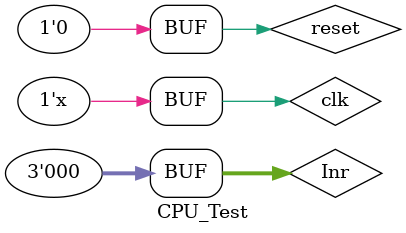
<source format=v>
`timescale 1ns / 1ps


module CPU_Test();
reg clk, reset;
reg [2:0] Inr;
wire [15:0] OutValue;
wire [15:0] ALUout;
wire [15:0] r2;
wire [15:0] r1;
reg [4:0] control;
wire [15:0] PC_out;
wire [15:0] Instruction;
wire [15:0] mux1;
wire [15:0] PCAdderOut;
wire [15:0] mux2out;
wire [15:0] signExtout;
wire[15:0] adder2out;
wire branchGate;

wire branch; //andGate input
wire jump; //mux1 input
wire mem_read_write; //data mem input
wire mem_to_reg; //mux3 input
wire [2:0] ALUOp; //1-6
wire ALUSrc; //mux2 input
wire RegWrite; //RegFile input
wire halt; //PC input

wire [15:0] dataMemOut;

wire [15:0] mux3out;
/* all simulation results
CPU DUT1(.clk(clk), .r1(r1), .r2(r2), .ALUout(ALUout),
 .reset(reset), .Inr(Inr), .OutValue(OutValue),
.PC_out(PC_out), .Instruction(Instruction), .mux1(mux1),
.PCAdderOut(PCAdderOut), .mux2out(mux2out), .signExtout(signExtout),
.adder2out(adder2out), .branchGate(branchGate), .branch(branch),.jump(jump),
.mem_read_write(mem_read_write), .mem_to_reg(mem_to_reg), .ALUOp(ALUOp),
.ALUSrc(ALUSrc), .RegWrite(RegWrite), .halt(halt), .dataMemOut(dataMemOut),
.mux3out(mux3out));
*/
CPU DUT1(
.clk(clk),
.jump(jump),
.reset(reset),
.halt(halt),
.Instruction(Instruction),
.PC_out(PC_out),
.signExtout(signExtout),
.ALUout(ALUout),
.branchGate(branchGate),
.dataMemOut(dataMemOut), 
.mux3out(mux3out));
//ALU DUT2(.ALUout(ALUout), .r1(r1), .mux2(r2));

initial begin
clk = 0;
reset = 0;
Inr = 0;
#10 reset = 1;
#10 reset = 0;

//r1 = 1;
//r2 = 1;
//control = 1;

end
always #10 clk = ~clk;

endmodule

</source>
